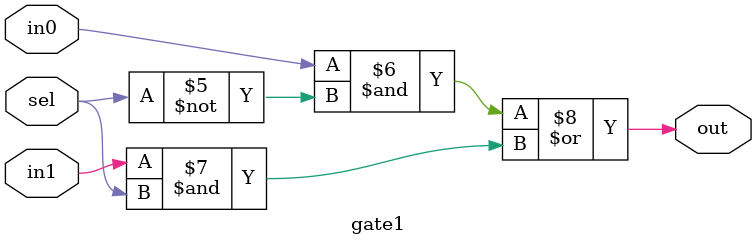
<source format=v>
`timescale 1ns / 1ps


module gate1(

    input in0,
    input in1,
    input sel,
    output out
    );
    
    // Varianta 1 cu Assign 
    
    // out = w1 | w2
    
    wire w1;
    wire w2;
    
    assign w1 = in0 & ~ sel;
    assign w2 = in1 & ~ sel;
    assign out = (in0 & ~ sel) | (in1 & sel);
    
endmodule

</source>
